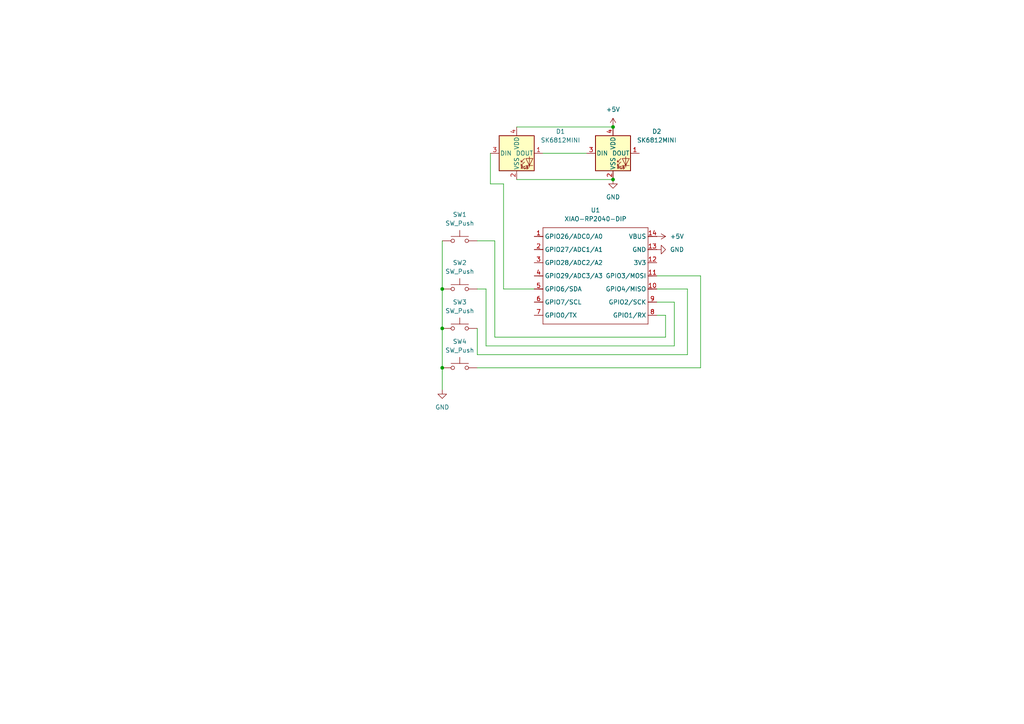
<source format=kicad_sch>
(kicad_sch (version 20231120) (generator "eeschema") (generator_version "8.0")
  (paper "A4")
  (lib_symbols
    (symbol "LED:SK6812MINI" (pin_names (offset 0.254))
      (property "Reference" "D" (at 5.08 5.715 0))
      (property "Value" "SK6812MINI" (at 1.27 -5.715 0))
      (symbol "SK6812MINI_0_0"
        (text "RGB" (at 2.286 -4.191 0) (effects (font (size 0.762 0.762))))
      )
      (symbol "SK6812MINI_0_1"
        (polyline (pts (xy 1.27 -3.556) (xy 1.778 -3.556)))
        (polyline (pts (xy 1.27 -2.54) (xy 1.778 -2.54)))
        (polyline (pts (xy 4.699 -3.556) (xy 2.667 -3.556)))
        (polyline (pts (xy 2.286 -2.54) (xy 1.27 -3.556) (xy 1.27 -3.048)))
        (polyline (pts (xy 2.286 -1.524) (xy 1.27 -2.54) (xy 1.27 -2.032)))
        (polyline (pts (xy 3.683 -1.016) (xy 3.683 -3.556) (xy 3.683 -4.064)))
        (polyline (pts (xy 4.699 -1.524) (xy 2.667 -1.524) (xy 3.683 -3.556) (xy 4.699 -1.524)))
        (rectangle (start 5.08 5.08) (end -5.08 -5.08) (stroke (width 0.254)) (fill (type background)))
      )
      (symbol "SK6812MINI_1_1"
        (pin output line (at 7.62 0 180) (length 2.54) (name "DOUT") (number "1"))
        (pin power_in line (at 0 -7.62 90) (length 2.54) (name "VSS") (number "2"))
        (pin input line (at -7.62 0 0) (length 2.54) (name "DIN") (number "3"))
        (pin power_in line (at 0 7.62 270) (length 2.54) (name "VDD") (number "4"))
      )
    )
    (symbol "OPL:XIAO-RP2040-DIP"
      (property "Reference" "U" (at 0 0 0))
      (property "Value" "XIAO-RP2040-DIP" (at 5.334 -1.778 0))
      (symbol "XIAO-RP2040-DIP_1_0"
        (polyline (pts (xy -1.27 -30.48) (xy -1.27 -16.51)) (stroke (width 0.1524)))
        (polyline (pts (xy -1.27 -27.94) (xy -2.54 -27.94)) (stroke (width 0.1524)))
        (polyline (pts (xy -1.27 -24.13) (xy -2.54 -24.13)) (stroke (width 0.1524)))
        (polyline (pts (xy -1.27 -20.32) (xy -2.54 -20.32)) (stroke (width 0.1524)))
        (polyline (pts (xy -1.27 -16.51) (xy -2.54 -16.51)) (stroke (width 0.1524)))
        (polyline (pts (xy -1.27 -16.51) (xy -1.27 -12.7)) (stroke (width 0.1524)))
        (polyline (pts (xy -1.27 -12.7) (xy -2.54 -12.7)) (stroke (width 0.1524)))
        (polyline (pts (xy -1.27 -12.7) (xy -1.27 -8.89)) (stroke (width 0.1524)))
        (polyline (pts (xy -1.27 -8.89) (xy -2.54 -8.89)) (stroke (width 0.1524)))
        (polyline (pts (xy -1.27 -8.89) (xy -1.27 -5.08)) (stroke (width 0.1524)))
        (polyline (pts (xy -1.27 -5.08) (xy -2.54 -5.08)) (stroke (width 0.1524)))
        (polyline (pts (xy -1.27 -5.08) (xy -1.27 -2.54)) (stroke (width 0.1524)))
        (polyline (pts (xy -1.27 -2.54) (xy 29.21 -2.54)) (stroke (width 0.1524)))
        (polyline (pts (xy 29.21 -30.48) (xy -1.27 -30.48)) (stroke (width 0.1524)))
        (polyline (pts (xy 29.21 -12.7) (xy 29.21 -30.48)) (stroke (width 0.1524)))
        (polyline (pts (xy 29.21 -8.89) (xy 29.21 -12.7)) (stroke (width 0.1524)))
        (polyline (pts (xy 29.21 -5.08) (xy 29.21 -8.89)) (stroke (width 0.1524)))
        (polyline (pts (xy 29.21 -2.54) (xy 29.21 -5.08)) (stroke (width 0.1524)))
        (polyline (pts (xy 30.48 -27.94) (xy 29.21 -27.94)) (stroke (width 0.1524)))
        (polyline (pts (xy 30.48 -24.13) (xy 29.21 -24.13)) (stroke (width 0.1524)))
        (polyline (pts (xy 30.48 -20.32) (xy 29.21 -20.32)) (stroke (width 0.1524)))
        (polyline (pts (xy 30.48 -16.51) (xy 29.21 -16.51)) (stroke (width 0.1524)))
        (polyline (pts (xy 30.48 -12.7) (xy 29.21 -12.7)) (stroke (width 0.1524)))
        (polyline (pts (xy 30.48 -8.89) (xy 29.21 -8.89)) (stroke (width 0.1524)))
        (polyline (pts (xy 30.48 -5.08) (xy 29.21 -5.08)) (stroke (width 0.1524)))
        (pin passive line (at -3.81 -5.08 0) (length 2.54) (name "GPIO26/ADC0/A0") (number "1"))
        (pin passive line (at 31.75 -20.32 180) (length 2.54) (name "GPIO4/MISO") (number "10"))
        (pin passive line (at 31.75 -16.51 180) (length 2.54) (name "GPIO3/MOSI") (number "11"))
        (pin passive line (at 31.75 -12.7 180) (length 2.54) (name "3V3") (number "12"))
        (pin passive line (at 31.75 -8.89 180) (length 2.54) (name "GND") (number "13"))
        (pin passive line (at 31.75 -5.08 180) (length 2.54) (name "VBUS") (number "14"))
        (pin passive line (at -3.81 -8.89 0) (length 2.54) (name "GPIO27/ADC1/A1") (number "2"))
        (pin passive line (at -3.81 -12.7 0) (length 2.54) (name "GPIO28/ADC2/A2") (number "3"))
        (pin passive line (at -3.81 -16.51 0) (length 2.54) (name "GPIO29/ADC3/A3") (number "4"))
        (pin passive line (at -3.81 -20.32 0) (length 2.54) (name "GPIO6/SDA") (number "5"))
        (pin passive line (at -3.81 -24.13 0) (length 2.54) (name "GPIO7/SCL") (number "6"))
        (pin passive line (at -3.81 -27.94 0) (length 2.54) (name "GPIO0/TX") (number "7"))
        (pin passive line (at 31.75 -27.94 180) (length 2.54) (name "GPIO1/RX") (number "8"))
        (pin passive line (at 31.75 -24.13 180) (length 2.54) (name "GPIO2/SCK") (number "9"))
      )
    )
    (symbol "Switch:SW_Push" (pin_numbers hide) (pin_names (offset 1.016) hide)
      (property "Reference" "SW" (at 1.27 2.54 0))
      (property "Value" "SW_Push" (at 0 -1.524 0))
      (symbol "SW_Push_0_1"
        (circle (center -2.032 0) (radius 0.508))
        (polyline (pts (xy 0 1.27) (xy 0 3.048)))
        (polyline (pts (xy 2.54 1.27) (xy -2.54 1.27)))
        (circle (center 2.032 0) (radius 0.508))
        (pin passive line (at -5.08 0 0) (length 2.54) (name "1") (number "1"))
        (pin passive line (at 5.08 0 180) (length 2.54) (name "2") (number "2"))
      )
    )
    (symbol "power:+5V" (power) (pin_numbers hide) (pin_names (offset 0) hide)
      (property "Value" "+5V" (at 0 3.556 0))
      (symbol "+5V_0_1"
        (polyline (pts (xy -0.762 1.27) (xy 0 2.54)))
        (polyline (pts (xy 0 0) (xy 0 2.54)))
        (polyline (pts (xy 0 2.54) (xy 0.762 1.27)))
      )
      (symbol "+5V_1_1"
        (pin power_in line (at 0 0 90) (length 0) (name "~") (number "1"))
      )
    )
    (symbol "power:GND" (power) (pin_numbers hide) (pin_names (offset 0) hide)
      (property "Value" "GND" (at 0 -3.81 0))
      (symbol "GND_0_1"
        (polyline (pts (xy 0 0) (xy 0 -1.27) (xy 1.27 -1.27) (xy 0 -2.54) (xy -1.27 -1.27) (xy 0 -1.27)))
      )
      (symbol "GND_1_1"
        (pin power_in line (at 0 0 270) (length 0) (name "~") (number "1"))
      )
    )
  )
  (junction (at 177.8 52.07))
  (junction (at 128.27 95.25))
  (junction (at 128.27 83.82))
  (junction (at 177.8 36.83))
  (junction (at 128.27 106.68))
  (wire (pts (xy 140.97 100.33) (xy 195.58 100.33)))
  (wire (pts (xy 146.05 83.82) (xy 146.05 53.34)))
  (wire (pts (xy 149.86 52.07) (xy 177.8 52.07)))
  (wire (pts (xy 193.04 91.44) (xy 190.5 91.44)))
  (wire (pts (xy 146.05 53.34) (xy 142.24 53.34)))
  (wire (pts (xy 138.43 69.85) (xy 143.51 69.85)))
  (wire (pts (xy 128.27 95.25) (xy 128.27 106.68)))
  (wire (pts (xy 128.27 83.82) (xy 128.27 95.25)))
  (wire (pts (xy 157.48 44.45) (xy 170.18 44.45)))
  (wire (pts (xy 138.43 102.87) (xy 138.43 95.25)))
  (wire (pts (xy 190.5 87.63) (xy 195.58 87.63)))
  (wire (pts (xy 203.2 106.68) (xy 203.2 80.01)))
  (wire (pts (xy 138.43 106.68) (xy 203.2 106.68)))
  (wire (pts (xy 138.43 83.82) (xy 140.97 83.82)))
  (wire (pts (xy 138.43 102.87) (xy 199.39 102.87)))
  (wire (pts (xy 142.24 53.34) (xy 142.24 44.45)))
  (wire (pts (xy 149.86 36.83) (xy 177.8 36.83)))
  (wire (pts (xy 143.51 97.79) (xy 193.04 97.79)))
  (wire (pts (xy 143.51 69.85) (xy 143.51 97.79)))
  (wire (pts (xy 128.27 69.85) (xy 128.27 83.82)))
  (wire (pts (xy 128.27 113.03) (xy 128.27 106.68)))
  (wire (pts (xy 195.58 100.33) (xy 195.58 87.63)))
  (wire (pts (xy 199.39 102.87) (xy 199.39 83.82)))
  (wire (pts (xy 193.04 97.79) (xy 193.04 91.44)))
  (wire (pts (xy 190.5 83.82) (xy 199.39 83.82)))
  (wire (pts (xy 190.5 80.01) (xy 203.2 80.01)))
  (wire (pts (xy 140.97 83.82) (xy 140.97 100.33)))
  (wire (pts (xy 154.94 83.82) (xy 146.05 83.82)))
  (symbol (lib_id "power:+5V") (at 177.8 36.83 0) (unit 1)
    (property "Reference" "#PWR04" (effects (hide yes)))
    (property "Value" "+5V" (at 177.8 31.75 0))
    (property "Description" "Power symbol creates a global label with name \"+5V\"" (effects (hide yes)))
  )
  (symbol (lib_id "power:GND") (at 190.5 72.39 90) (unit 1)
    (property "Reference" "#PWR01" (effects (hide yes)))
    (property "Value" "GND" (at 194.31 72.3899 90) (effects (justify right)))
    (property "Description" "Power symbol creates a global label with name \"GND\" , ground" (effects (hide yes)))
  )
  (symbol (lib_id "power:GND") (at 128.27 113.03 0) (unit 1)
    (property "Reference" "#PWR02" (effects (hide yes)))
    (property "Value" "GND" (at 128.27 118.11 0))
    (property "Description" "Power symbol creates a global label with name \"GND\" , ground" (effects (hide yes)))
  )
  (symbol (lib_id "power:GND") (at 177.8 52.07 0) (unit 1)
    (property "Reference" "#PWR03" (effects (hide yes)))
    (property "Value" "GND" (at 177.8 57.15 0))
    (property "Description" "Power symbol creates a global label with name \"GND\" , ground" (effects (hide yes)))
  )
  (symbol (lib_id "LED:SK6812MINI") (at 149.86 44.45 0) (unit 1)
    (property "Reference" "D1" (at 162.56 38.1314 0))
    (property "Value" "SK6812MINI" (at 162.56 40.6714 0))
    (property "Footprint" "LED_SMD:LED_SK6812MINI_PLCC4_3.5x3.5mm_P1.75mm" (effects (hide yes)))
    (property "Datasheet" "https://cdn-shop.adafruit.com/product-files/2686/SK6812MINI_REV.01-1-2.pdf" (effects (hide yes)))
    (property "Description" "RGB LED with integrated controller" (effects (hide yes)))
  )
  (symbol (lib_id "Switch:SW_Push") (at 133.35 69.85 0) (mirror y) (unit 1)
    (property "Reference" "SW1" (at 133.35 62.23 0))
    (property "Value" "SW_Push" (at 133.35 64.77 0))
    (property "Footprint" "Button_Switch_Keyboard:SW_Cherry_MX_1.00u_PCB" (effects (hide yes)))
    (property "Description" "Push button switch, generic, two pins" (effects (hide yes)))
  )
  (symbol (lib_id "LED:SK6812MINI") (at 177.8 44.45 0) (unit 1)
    (property "Reference" "D2" (at 190.5 38.1314 0))
    (property "Value" "SK6812MINI" (at 190.5 40.6714 0))
    (property "Footprint" "LED_SMD:LED_SK6812MINI_PLCC4_3.5x3.5mm_P1.75mm" (effects (hide yes)))
    (property "Datasheet" "https://cdn-shop.adafruit.com/product-files/2686/SK6812MINI_REV.01-1-2.pdf" (effects (hide yes)))
    (property "Description" "RGB LED with integrated controller" (effects (hide yes)))
  )
  (symbol (lib_id "Switch:SW_Push") (at 133.35 106.68 0) (mirror y) (unit 1)
    (property "Reference" "SW4" (at 133.35 99.06 0))
    (property "Value" "SW_Push" (at 133.35 101.6 0))
    (property "Footprint" "Button_Switch_Keyboard:SW_Cherry_MX_1.00u_PCB" (effects (hide yes)))
    (property "Description" "Push button switch, generic, two pins" (effects (hide yes)))
  )
  (symbol (lib_id "power:+5V") (at 190.5 68.58 270) (unit 1)
    (property "Reference" "#PWR05" (effects (hide yes)))
    (property "Value" "+5V" (at 194.31 68.5799 90) (effects (justify left)))
    (property "Description" "Power symbol creates a global label with name \"+5V\"" (effects (hide yes)))
  )
  (symbol (lib_id "Switch:SW_Push") (at 133.35 83.82 0) (mirror y) (unit 1)
    (property "Reference" "SW2" (at 133.35 76.2 0))
    (property "Value" "SW_Push" (at 133.35 78.74 0))
    (property "Footprint" "Button_Switch_Keyboard:SW_Cherry_MX_1.00u_PCB" (effects (hide yes)))
    (property "Description" "Push button switch, generic, two pins" (effects (hide yes)))
  )
  (symbol (lib_id "OPL:XIAO-RP2040-DIP") (at 158.75 63.5 0) (unit 1)
    (property "Reference" "U1" (at 172.72 60.96 0))
    (property "Value" "XIAO-RP2040-DIP" (at 172.72 63.5 0))
    (property "Footprint" "OPL:XIAO-RP2040-DIP" (effects (hide yes)))
  )
  (symbol (lib_id "Switch:SW_Push") (at 133.35 95.25 0) (mirror y) (unit 1)
    (property "Reference" "SW3" (at 133.35 87.63 0))
    (property "Value" "SW_Push" (at 133.35 90.17 0))
    (property "Footprint" "Button_Switch_Keyboard:SW_Cherry_MX_1.00u_PCB" (effects (hide yes)))
    (property "Description" "Push button switch, generic, two pins" (effects (hide yes)))
  )
)
</source>
